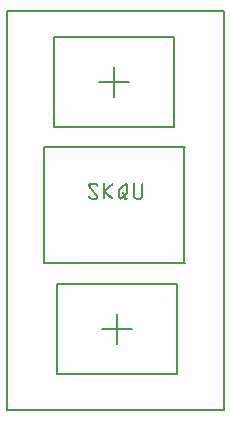
<source format=gto>
G04 MADE WITH FRITZING*
G04 WWW.FRITZING.ORG*
G04 DOUBLE SIDED*
G04 HOLES PLATED*
G04 CONTOUR ON CENTER OF CONTOUR VECTOR*
%ASAXBY*%
%FSLAX23Y23*%
%MOIN*%
%OFA0B0*%
%SFA1.0B1.0*%
%ADD10R,0.731224X1.338030X0.715224X1.322030*%
%ADD11C,0.008000*%
%ADD12C,0.005000*%
%ADD13C,0.005402*%
%ADD14C,0.005686*%
%ADD15R,0.001000X0.001000*%
%LNSILK1*%
G90*
G70*
G54D11*
X4Y1334D02*
X727Y1334D01*
X727Y4D01*
X4Y4D01*
X4Y1334D01*
D02*
G54D12*
X361Y1145D02*
X361Y1045D01*
D02*
X311Y1095D02*
X411Y1095D01*
D02*
X161Y1245D02*
X561Y1245D01*
D02*
X561Y1245D02*
X561Y945D01*
D02*
X561Y945D02*
X161Y945D01*
D02*
X161Y945D02*
X161Y1245D01*
D02*
X372Y323D02*
X372Y223D01*
D02*
X322Y273D02*
X422Y273D01*
D02*
X172Y423D02*
X572Y423D01*
D02*
X572Y423D02*
X572Y123D01*
D02*
X572Y123D02*
X172Y123D01*
D02*
X172Y123D02*
X172Y423D01*
G54D13*
D02*
X130Y881D02*
X597Y881D01*
D02*
X130Y493D02*
X597Y493D01*
G54D14*
D02*
X130Y493D02*
X130Y881D01*
D02*
X596Y493D02*
X596Y881D01*
G54D15*
X283Y759D02*
X300Y759D01*
X401Y759D02*
X401Y759D01*
X280Y758D02*
X304Y758D01*
X327Y758D02*
X330Y758D01*
X354Y758D02*
X358Y758D01*
X398Y758D02*
X405Y758D01*
X427Y758D02*
X430Y758D01*
X454Y758D02*
X458Y758D01*
X278Y757D02*
X305Y757D01*
X326Y757D02*
X331Y757D01*
X353Y757D02*
X359Y757D01*
X396Y757D02*
X406Y757D01*
X426Y757D02*
X431Y757D01*
X453Y757D02*
X459Y757D01*
X277Y756D02*
X307Y756D01*
X326Y756D02*
X332Y756D01*
X352Y756D02*
X359Y756D01*
X395Y756D02*
X407Y756D01*
X426Y756D02*
X431Y756D01*
X453Y756D02*
X459Y756D01*
X277Y755D02*
X307Y755D01*
X326Y755D02*
X332Y755D01*
X351Y755D02*
X359Y755D01*
X394Y755D02*
X408Y755D01*
X426Y755D02*
X432Y755D01*
X453Y755D02*
X459Y755D01*
X276Y754D02*
X308Y754D01*
X326Y754D02*
X332Y754D01*
X349Y754D02*
X359Y754D01*
X393Y754D02*
X408Y754D01*
X426Y754D02*
X432Y754D01*
X453Y754D02*
X459Y754D01*
X276Y753D02*
X309Y753D01*
X326Y753D02*
X332Y753D01*
X348Y753D02*
X358Y753D01*
X391Y753D02*
X409Y753D01*
X426Y753D02*
X432Y753D01*
X453Y753D02*
X459Y753D01*
X276Y752D02*
X283Y752D01*
X301Y752D02*
X309Y752D01*
X326Y752D02*
X332Y752D01*
X347Y752D02*
X357Y752D01*
X390Y752D02*
X409Y752D01*
X426Y752D02*
X432Y752D01*
X453Y752D02*
X459Y752D01*
X276Y751D02*
X282Y751D01*
X303Y751D02*
X309Y751D01*
X326Y751D02*
X332Y751D01*
X346Y751D02*
X356Y751D01*
X389Y751D02*
X399Y751D01*
X403Y751D02*
X409Y751D01*
X426Y751D02*
X432Y751D01*
X453Y751D02*
X459Y751D01*
X276Y750D02*
X282Y750D01*
X303Y750D02*
X309Y750D01*
X326Y750D02*
X332Y750D01*
X345Y750D02*
X355Y750D01*
X388Y750D02*
X398Y750D01*
X403Y750D02*
X409Y750D01*
X426Y750D02*
X432Y750D01*
X453Y750D02*
X459Y750D01*
X276Y749D02*
X283Y749D01*
X303Y749D02*
X309Y749D01*
X326Y749D02*
X332Y749D01*
X344Y749D02*
X353Y749D01*
X387Y749D02*
X397Y749D01*
X403Y749D02*
X409Y749D01*
X426Y749D02*
X432Y749D01*
X453Y749D02*
X459Y749D01*
X276Y748D02*
X284Y748D01*
X304Y748D02*
X309Y748D01*
X326Y748D02*
X332Y748D01*
X342Y748D02*
X352Y748D01*
X385Y748D02*
X395Y748D01*
X403Y748D02*
X409Y748D01*
X426Y748D02*
X432Y748D01*
X453Y748D02*
X459Y748D01*
X277Y747D02*
X285Y747D01*
X304Y747D02*
X308Y747D01*
X326Y747D02*
X332Y747D01*
X341Y747D02*
X351Y747D01*
X384Y747D02*
X394Y747D01*
X403Y747D02*
X409Y747D01*
X426Y747D02*
X432Y747D01*
X453Y747D02*
X459Y747D01*
X277Y746D02*
X285Y746D01*
X326Y746D02*
X332Y746D01*
X340Y746D02*
X350Y746D01*
X383Y746D02*
X393Y746D01*
X403Y746D02*
X409Y746D01*
X426Y746D02*
X432Y746D01*
X453Y746D02*
X459Y746D01*
X278Y745D02*
X286Y745D01*
X326Y745D02*
X332Y745D01*
X339Y745D02*
X349Y745D01*
X382Y745D02*
X392Y745D01*
X403Y745D02*
X409Y745D01*
X426Y745D02*
X432Y745D01*
X453Y745D02*
X459Y745D01*
X279Y744D02*
X287Y744D01*
X326Y744D02*
X332Y744D01*
X338Y744D02*
X348Y744D01*
X381Y744D02*
X391Y744D01*
X403Y744D02*
X409Y744D01*
X426Y744D02*
X432Y744D01*
X453Y744D02*
X459Y744D01*
X280Y743D02*
X288Y743D01*
X326Y743D02*
X332Y743D01*
X337Y743D02*
X346Y743D01*
X380Y743D02*
X389Y743D01*
X403Y743D02*
X409Y743D01*
X426Y743D02*
X432Y743D01*
X453Y743D02*
X459Y743D01*
X280Y742D02*
X288Y742D01*
X326Y742D02*
X332Y742D01*
X335Y742D02*
X345Y742D01*
X379Y742D02*
X388Y742D01*
X403Y742D02*
X409Y742D01*
X426Y742D02*
X432Y742D01*
X453Y742D02*
X459Y742D01*
X281Y741D02*
X289Y741D01*
X326Y741D02*
X332Y741D01*
X334Y741D02*
X344Y741D01*
X378Y741D02*
X387Y741D01*
X403Y741D02*
X409Y741D01*
X426Y741D02*
X432Y741D01*
X453Y741D02*
X459Y741D01*
X282Y740D02*
X290Y740D01*
X326Y740D02*
X343Y740D01*
X377Y740D02*
X386Y740D01*
X403Y740D02*
X409Y740D01*
X426Y740D02*
X432Y740D01*
X453Y740D02*
X459Y740D01*
X283Y739D02*
X291Y739D01*
X326Y739D02*
X342Y739D01*
X377Y739D02*
X385Y739D01*
X403Y739D02*
X409Y739D01*
X426Y739D02*
X432Y739D01*
X453Y739D02*
X459Y739D01*
X284Y738D02*
X292Y738D01*
X326Y738D02*
X341Y738D01*
X376Y738D02*
X384Y738D01*
X403Y738D02*
X409Y738D01*
X426Y738D02*
X432Y738D01*
X453Y738D02*
X459Y738D01*
X284Y737D02*
X292Y737D01*
X326Y737D02*
X339Y737D01*
X376Y737D02*
X383Y737D01*
X403Y737D02*
X409Y737D01*
X426Y737D02*
X432Y737D01*
X453Y737D02*
X459Y737D01*
X285Y736D02*
X293Y736D01*
X326Y736D02*
X338Y736D01*
X376Y736D02*
X382Y736D01*
X403Y736D02*
X409Y736D01*
X426Y736D02*
X432Y736D01*
X453Y736D02*
X459Y736D01*
X286Y735D02*
X294Y735D01*
X326Y735D02*
X337Y735D01*
X376Y735D02*
X382Y735D01*
X403Y735D02*
X409Y735D01*
X426Y735D02*
X432Y735D01*
X453Y735D02*
X459Y735D01*
X287Y734D02*
X295Y734D01*
X326Y734D02*
X336Y734D01*
X376Y734D02*
X382Y734D01*
X403Y734D02*
X409Y734D01*
X426Y734D02*
X432Y734D01*
X453Y734D02*
X459Y734D01*
X287Y733D02*
X295Y733D01*
X326Y733D02*
X335Y733D01*
X376Y733D02*
X382Y733D01*
X403Y733D02*
X409Y733D01*
X426Y733D02*
X432Y733D01*
X453Y733D02*
X459Y733D01*
X288Y732D02*
X296Y732D01*
X326Y732D02*
X334Y732D01*
X376Y732D02*
X382Y732D01*
X403Y732D02*
X409Y732D01*
X426Y732D02*
X432Y732D01*
X453Y732D02*
X459Y732D01*
X289Y731D02*
X297Y731D01*
X326Y731D02*
X335Y731D01*
X376Y731D02*
X382Y731D01*
X403Y731D02*
X409Y731D01*
X426Y731D02*
X432Y731D01*
X453Y731D02*
X459Y731D01*
X290Y730D02*
X298Y730D01*
X326Y730D02*
X336Y730D01*
X376Y730D02*
X382Y730D01*
X403Y730D02*
X409Y730D01*
X426Y730D02*
X432Y730D01*
X453Y730D02*
X459Y730D01*
X291Y729D02*
X299Y729D01*
X326Y729D02*
X337Y729D01*
X376Y729D02*
X382Y729D01*
X391Y729D02*
X394Y729D01*
X403Y729D02*
X409Y729D01*
X426Y729D02*
X432Y729D01*
X453Y729D02*
X459Y729D01*
X291Y728D02*
X299Y728D01*
X326Y728D02*
X338Y728D01*
X376Y728D02*
X382Y728D01*
X390Y728D02*
X395Y728D01*
X402Y728D02*
X409Y728D01*
X426Y728D02*
X432Y728D01*
X453Y728D02*
X459Y728D01*
X292Y727D02*
X300Y727D01*
X326Y727D02*
X339Y727D01*
X376Y727D02*
X382Y727D01*
X389Y727D02*
X395Y727D01*
X402Y727D02*
X409Y727D01*
X426Y727D02*
X432Y727D01*
X453Y727D02*
X459Y727D01*
X293Y726D02*
X301Y726D01*
X326Y726D02*
X340Y726D01*
X376Y726D02*
X382Y726D01*
X389Y726D02*
X396Y726D01*
X401Y726D02*
X408Y726D01*
X426Y726D02*
X432Y726D01*
X453Y726D02*
X459Y726D01*
X294Y725D02*
X302Y725D01*
X326Y725D02*
X342Y725D01*
X376Y725D02*
X382Y725D01*
X390Y725D02*
X396Y725D01*
X400Y725D02*
X408Y725D01*
X426Y725D02*
X432Y725D01*
X453Y725D02*
X459Y725D01*
X294Y724D02*
X302Y724D01*
X326Y724D02*
X343Y724D01*
X376Y724D02*
X382Y724D01*
X390Y724D02*
X396Y724D01*
X399Y724D02*
X407Y724D01*
X426Y724D02*
X432Y724D01*
X453Y724D02*
X459Y724D01*
X295Y723D02*
X303Y723D01*
X326Y723D02*
X332Y723D01*
X334Y723D02*
X344Y723D01*
X376Y723D02*
X382Y723D01*
X390Y723D02*
X407Y723D01*
X426Y723D02*
X432Y723D01*
X453Y723D02*
X459Y723D01*
X296Y722D02*
X304Y722D01*
X326Y722D02*
X332Y722D01*
X335Y722D02*
X345Y722D01*
X376Y722D02*
X382Y722D01*
X391Y722D02*
X406Y722D01*
X426Y722D02*
X432Y722D01*
X453Y722D02*
X459Y722D01*
X297Y721D02*
X305Y721D01*
X326Y721D02*
X332Y721D01*
X336Y721D02*
X346Y721D01*
X376Y721D02*
X382Y721D01*
X391Y721D02*
X405Y721D01*
X426Y721D02*
X432Y721D01*
X453Y721D02*
X459Y721D01*
X298Y720D02*
X306Y720D01*
X326Y720D02*
X332Y720D01*
X338Y720D02*
X347Y720D01*
X376Y720D02*
X382Y720D01*
X391Y720D02*
X404Y720D01*
X426Y720D02*
X432Y720D01*
X453Y720D02*
X459Y720D01*
X298Y719D02*
X306Y719D01*
X326Y719D02*
X332Y719D01*
X339Y719D02*
X349Y719D01*
X376Y719D02*
X382Y719D01*
X392Y719D02*
X403Y719D01*
X426Y719D02*
X432Y719D01*
X453Y719D02*
X459Y719D01*
X299Y718D02*
X307Y718D01*
X326Y718D02*
X332Y718D01*
X340Y718D02*
X350Y718D01*
X376Y718D02*
X382Y718D01*
X392Y718D02*
X402Y718D01*
X426Y718D02*
X432Y718D01*
X453Y718D02*
X459Y718D01*
X277Y717D02*
X280Y717D01*
X300Y717D02*
X308Y717D01*
X326Y717D02*
X332Y717D01*
X341Y717D02*
X351Y717D01*
X376Y717D02*
X382Y717D01*
X391Y717D02*
X401Y717D01*
X426Y717D02*
X432Y717D01*
X453Y717D02*
X459Y717D01*
X276Y716D02*
X281Y716D01*
X301Y716D02*
X308Y716D01*
X326Y716D02*
X332Y716D01*
X342Y716D02*
X352Y716D01*
X376Y716D02*
X382Y716D01*
X389Y716D02*
X400Y716D01*
X426Y716D02*
X432Y716D01*
X453Y716D02*
X459Y716D01*
X276Y715D02*
X281Y715D01*
X301Y715D02*
X309Y715D01*
X326Y715D02*
X332Y715D01*
X343Y715D02*
X353Y715D01*
X376Y715D02*
X382Y715D01*
X388Y715D02*
X400Y715D01*
X426Y715D02*
X432Y715D01*
X453Y715D02*
X459Y715D01*
X276Y714D02*
X282Y714D01*
X302Y714D02*
X309Y714D01*
X326Y714D02*
X332Y714D01*
X345Y714D02*
X354Y714D01*
X376Y714D02*
X382Y714D01*
X387Y714D02*
X400Y714D01*
X426Y714D02*
X432Y714D01*
X453Y714D02*
X459Y714D01*
X276Y713D02*
X282Y713D01*
X303Y713D02*
X309Y713D01*
X326Y713D02*
X332Y713D01*
X346Y713D02*
X356Y713D01*
X376Y713D02*
X382Y713D01*
X386Y713D02*
X401Y713D01*
X426Y713D02*
X433Y713D01*
X452Y713D02*
X459Y713D01*
X276Y712D02*
X283Y712D01*
X303Y712D02*
X309Y712D01*
X326Y712D02*
X332Y712D01*
X347Y712D02*
X357Y712D01*
X376Y712D02*
X383Y712D01*
X385Y712D02*
X401Y712D01*
X426Y712D02*
X434Y712D01*
X450Y712D02*
X459Y712D01*
X276Y711D02*
X309Y711D01*
X326Y711D02*
X332Y711D01*
X348Y711D02*
X358Y711D01*
X376Y711D02*
X393Y711D01*
X395Y711D02*
X408Y711D01*
X427Y711D02*
X458Y711D01*
X277Y710D02*
X309Y710D01*
X326Y710D02*
X332Y710D01*
X349Y710D02*
X359Y710D01*
X376Y710D02*
X392Y710D01*
X395Y710D02*
X409Y710D01*
X427Y710D02*
X458Y710D01*
X277Y709D02*
X308Y709D01*
X326Y709D02*
X332Y709D01*
X350Y709D02*
X359Y709D01*
X377Y709D02*
X391Y709D01*
X396Y709D02*
X409Y709D01*
X428Y709D02*
X457Y709D01*
X278Y708D02*
X307Y708D01*
X326Y708D02*
X332Y708D01*
X352Y708D02*
X359Y708D01*
X378Y708D02*
X390Y708D01*
X396Y708D02*
X409Y708D01*
X429Y708D02*
X456Y708D01*
X279Y707D02*
X307Y707D01*
X326Y707D02*
X331Y707D01*
X353Y707D02*
X359Y707D01*
X379Y707D02*
X389Y707D01*
X396Y707D02*
X409Y707D01*
X430Y707D02*
X455Y707D01*
X281Y706D02*
X305Y706D01*
X327Y706D02*
X331Y706D01*
X354Y706D02*
X358Y706D01*
X380Y706D02*
X387Y706D01*
X397Y706D02*
X408Y706D01*
X431Y706D02*
X453Y706D01*
X284Y705D02*
X303Y705D01*
X328Y705D02*
X329Y705D01*
X356Y705D02*
X356Y705D01*
X383Y705D02*
X384Y705D01*
X397Y705D02*
X406Y705D01*
X435Y705D02*
X450Y705D01*
D02*
G04 End of Silk1*
M02*
</source>
